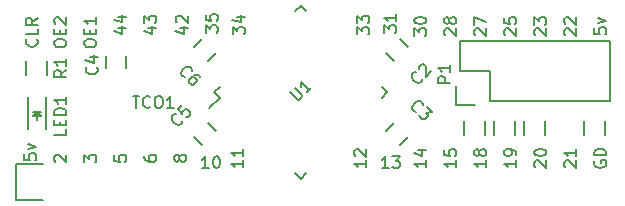
<source format=gto>
G04 #@! TF.FileFunction,Legend,Top*
%FSLAX46Y46*%
G04 Gerber Fmt 4.6, Leading zero omitted, Abs format (unit mm)*
G04 Created by KiCad (PCBNEW (2015-08-16 BZR 6097, Git b384c94)-product) date 11/17/2015 9:28:50 PM*
%MOMM*%
G01*
G04 APERTURE LIST*
%ADD10C,0.100000*%
%ADD11C,0.150000*%
G04 APERTURE END LIST*
D10*
D11*
X124372714Y-82962714D02*
X125039381Y-82962714D01*
X123991762Y-83200810D02*
X124706048Y-83438905D01*
X124706048Y-82819857D01*
X124134619Y-82486524D02*
X124087000Y-82438905D01*
X124039381Y-82343667D01*
X124039381Y-82105571D01*
X124087000Y-82010333D01*
X124134619Y-81962714D01*
X124229857Y-81915095D01*
X124325095Y-81915095D01*
X124467952Y-81962714D01*
X125039381Y-82534143D01*
X125039381Y-81915095D01*
X119165714Y-82962714D02*
X119832381Y-82962714D01*
X118784762Y-83200810D02*
X119499048Y-83438905D01*
X119499048Y-82819857D01*
X119165714Y-82010333D02*
X119832381Y-82010333D01*
X118784762Y-82248429D02*
X119499048Y-82486524D01*
X119499048Y-81867476D01*
X121705714Y-82962714D02*
X122372381Y-82962714D01*
X121324762Y-83200810D02*
X122039048Y-83438905D01*
X122039048Y-82819857D01*
X121372381Y-82534143D02*
X121372381Y-81915095D01*
X121753333Y-82248429D01*
X121753333Y-82105571D01*
X121800952Y-82010333D01*
X121848571Y-81962714D01*
X121943810Y-81915095D01*
X122181905Y-81915095D01*
X122277143Y-81962714D01*
X122324762Y-82010333D01*
X122372381Y-82105571D01*
X122372381Y-82391286D01*
X122324762Y-82486524D01*
X122277143Y-82534143D01*
X112244143Y-83907238D02*
X112291762Y-83954857D01*
X112339381Y-84097714D01*
X112339381Y-84192952D01*
X112291762Y-84335810D01*
X112196524Y-84431048D01*
X112101286Y-84478667D01*
X111910810Y-84526286D01*
X111767952Y-84526286D01*
X111577476Y-84478667D01*
X111482238Y-84431048D01*
X111387000Y-84335810D01*
X111339381Y-84192952D01*
X111339381Y-84097714D01*
X111387000Y-83954857D01*
X111434619Y-83907238D01*
X112339381Y-83002476D02*
X112339381Y-83478667D01*
X111339381Y-83478667D01*
X112339381Y-82097714D02*
X111863190Y-82431048D01*
X112339381Y-82669143D02*
X111339381Y-82669143D01*
X111339381Y-82288190D01*
X111387000Y-82192952D01*
X111434619Y-82145333D01*
X111529857Y-82097714D01*
X111672714Y-82097714D01*
X111767952Y-82145333D01*
X111815571Y-82192952D01*
X111863190Y-82288190D01*
X111863190Y-82669143D01*
X113752381Y-84335810D02*
X113752381Y-84145333D01*
X113800000Y-84050095D01*
X113895238Y-83954857D01*
X114085714Y-83907238D01*
X114419048Y-83907238D01*
X114609524Y-83954857D01*
X114704762Y-84050095D01*
X114752381Y-84145333D01*
X114752381Y-84335810D01*
X114704762Y-84431048D01*
X114609524Y-84526286D01*
X114419048Y-84573905D01*
X114085714Y-84573905D01*
X113895238Y-84526286D01*
X113800000Y-84431048D01*
X113752381Y-84335810D01*
X114228571Y-83478667D02*
X114228571Y-83145333D01*
X114752381Y-83002476D02*
X114752381Y-83478667D01*
X113752381Y-83478667D01*
X113752381Y-83002476D01*
X113847619Y-82621524D02*
X113800000Y-82573905D01*
X113752381Y-82478667D01*
X113752381Y-82240571D01*
X113800000Y-82145333D01*
X113847619Y-82097714D01*
X113942857Y-82050095D01*
X114038095Y-82050095D01*
X114180952Y-82097714D01*
X114752381Y-82669143D01*
X114752381Y-82050095D01*
X116292381Y-84335810D02*
X116292381Y-84145333D01*
X116340000Y-84050095D01*
X116435238Y-83954857D01*
X116625714Y-83907238D01*
X116959048Y-83907238D01*
X117149524Y-83954857D01*
X117244762Y-84050095D01*
X117292381Y-84145333D01*
X117292381Y-84335810D01*
X117244762Y-84431048D01*
X117149524Y-84526286D01*
X116959048Y-84573905D01*
X116625714Y-84573905D01*
X116435238Y-84526286D01*
X116340000Y-84431048D01*
X116292381Y-84335810D01*
X116768571Y-83478667D02*
X116768571Y-83145333D01*
X117292381Y-83002476D02*
X117292381Y-83478667D01*
X116292381Y-83478667D01*
X116292381Y-83002476D01*
X117292381Y-82050095D02*
X117292381Y-82621524D01*
X117292381Y-82335810D02*
X116292381Y-82335810D01*
X116435238Y-82431048D01*
X116530476Y-82526286D01*
X116578095Y-82621524D01*
X126579381Y-83359524D02*
X126579381Y-82740476D01*
X126960333Y-83073810D01*
X126960333Y-82930952D01*
X127007952Y-82835714D01*
X127055571Y-82788095D01*
X127150810Y-82740476D01*
X127388905Y-82740476D01*
X127484143Y-82788095D01*
X127531762Y-82835714D01*
X127579381Y-82930952D01*
X127579381Y-83216667D01*
X127531762Y-83311905D01*
X127484143Y-83359524D01*
X126579381Y-81835714D02*
X126579381Y-82311905D01*
X127055571Y-82359524D01*
X127007952Y-82311905D01*
X126960333Y-82216667D01*
X126960333Y-81978571D01*
X127007952Y-81883333D01*
X127055571Y-81835714D01*
X127150810Y-81788095D01*
X127388905Y-81788095D01*
X127484143Y-81835714D01*
X127531762Y-81883333D01*
X127579381Y-81978571D01*
X127579381Y-82216667D01*
X127531762Y-82311905D01*
X127484143Y-82359524D01*
X128865381Y-83486524D02*
X128865381Y-82867476D01*
X129246333Y-83200810D01*
X129246333Y-83057952D01*
X129293952Y-82962714D01*
X129341571Y-82915095D01*
X129436810Y-82867476D01*
X129674905Y-82867476D01*
X129770143Y-82915095D01*
X129817762Y-82962714D01*
X129865381Y-83057952D01*
X129865381Y-83343667D01*
X129817762Y-83438905D01*
X129770143Y-83486524D01*
X129198714Y-82010333D02*
X129865381Y-82010333D01*
X128817762Y-82248429D02*
X129532048Y-82486524D01*
X129532048Y-81867476D01*
X139406381Y-83486524D02*
X139406381Y-82867476D01*
X139787333Y-83200810D01*
X139787333Y-83057952D01*
X139834952Y-82962714D01*
X139882571Y-82915095D01*
X139977810Y-82867476D01*
X140215905Y-82867476D01*
X140311143Y-82915095D01*
X140358762Y-82962714D01*
X140406381Y-83057952D01*
X140406381Y-83343667D01*
X140358762Y-83438905D01*
X140311143Y-83486524D01*
X139406381Y-82534143D02*
X139406381Y-81915095D01*
X139787333Y-82248429D01*
X139787333Y-82105571D01*
X139834952Y-82010333D01*
X139882571Y-81962714D01*
X139977810Y-81915095D01*
X140215905Y-81915095D01*
X140311143Y-81962714D01*
X140358762Y-82010333D01*
X140406381Y-82105571D01*
X140406381Y-82391286D01*
X140358762Y-82486524D01*
X140311143Y-82534143D01*
X141692381Y-83359524D02*
X141692381Y-82740476D01*
X142073333Y-83073810D01*
X142073333Y-82930952D01*
X142120952Y-82835714D01*
X142168571Y-82788095D01*
X142263810Y-82740476D01*
X142501905Y-82740476D01*
X142597143Y-82788095D01*
X142644762Y-82835714D01*
X142692381Y-82930952D01*
X142692381Y-83216667D01*
X142644762Y-83311905D01*
X142597143Y-83359524D01*
X142692381Y-81788095D02*
X142692381Y-82359524D01*
X142692381Y-82073810D02*
X141692381Y-82073810D01*
X141835238Y-82169048D01*
X141930476Y-82264286D01*
X141978095Y-82359524D01*
X113847619Y-94265714D02*
X113800000Y-94218095D01*
X113752381Y-94122857D01*
X113752381Y-93884761D01*
X113800000Y-93789523D01*
X113847619Y-93741904D01*
X113942857Y-93694285D01*
X114038095Y-93694285D01*
X114180952Y-93741904D01*
X114752381Y-94313333D01*
X114752381Y-93694285D01*
X116292381Y-94313333D02*
X116292381Y-93694285D01*
X116673333Y-94027619D01*
X116673333Y-93884761D01*
X116720952Y-93789523D01*
X116768571Y-93741904D01*
X116863810Y-93694285D01*
X117101905Y-93694285D01*
X117197143Y-93741904D01*
X117244762Y-93789523D01*
X117292381Y-93884761D01*
X117292381Y-94170476D01*
X117244762Y-94265714D01*
X117197143Y-94313333D01*
X118832381Y-93741904D02*
X118832381Y-94218095D01*
X119308571Y-94265714D01*
X119260952Y-94218095D01*
X119213333Y-94122857D01*
X119213333Y-93884761D01*
X119260952Y-93789523D01*
X119308571Y-93741904D01*
X119403810Y-93694285D01*
X119641905Y-93694285D01*
X119737143Y-93741904D01*
X119784762Y-93789523D01*
X119832381Y-93884761D01*
X119832381Y-94122857D01*
X119784762Y-94218095D01*
X119737143Y-94265714D01*
X121372381Y-93789523D02*
X121372381Y-93980000D01*
X121420000Y-94075238D01*
X121467619Y-94122857D01*
X121610476Y-94218095D01*
X121800952Y-94265714D01*
X122181905Y-94265714D01*
X122277143Y-94218095D01*
X122324762Y-94170476D01*
X122372381Y-94075238D01*
X122372381Y-93884761D01*
X122324762Y-93789523D01*
X122277143Y-93741904D01*
X122181905Y-93694285D01*
X121943810Y-93694285D01*
X121848571Y-93741904D01*
X121800952Y-93789523D01*
X121753333Y-93884761D01*
X121753333Y-94075238D01*
X121800952Y-94170476D01*
X121848571Y-94218095D01*
X121943810Y-94265714D01*
X124340952Y-94075238D02*
X124293333Y-94170476D01*
X124245714Y-94218095D01*
X124150476Y-94265714D01*
X124102857Y-94265714D01*
X124007619Y-94218095D01*
X123960000Y-94170476D01*
X123912381Y-94075238D01*
X123912381Y-93884761D01*
X123960000Y-93789523D01*
X124007619Y-93741904D01*
X124102857Y-93694285D01*
X124150476Y-93694285D01*
X124245714Y-93741904D01*
X124293333Y-93789523D01*
X124340952Y-93884761D01*
X124340952Y-94075238D01*
X124388571Y-94170476D01*
X124436190Y-94218095D01*
X124531429Y-94265714D01*
X124721905Y-94265714D01*
X124817143Y-94218095D01*
X124864762Y-94170476D01*
X124912381Y-94075238D01*
X124912381Y-93884761D01*
X124864762Y-93789523D01*
X124817143Y-93741904D01*
X124721905Y-93694285D01*
X124531429Y-93694285D01*
X124436190Y-93741904D01*
X124388571Y-93789523D01*
X124340952Y-93884761D01*
X126809524Y-94813381D02*
X126238095Y-94813381D01*
X126523809Y-94813381D02*
X126523809Y-93813381D01*
X126428571Y-93956238D01*
X126333333Y-94051476D01*
X126238095Y-94099095D01*
X127428571Y-93813381D02*
X127523810Y-93813381D01*
X127619048Y-93861000D01*
X127666667Y-93908619D01*
X127714286Y-94003857D01*
X127761905Y-94194333D01*
X127761905Y-94432429D01*
X127714286Y-94622905D01*
X127666667Y-94718143D01*
X127619048Y-94765762D01*
X127523810Y-94813381D01*
X127428571Y-94813381D01*
X127333333Y-94765762D01*
X127285714Y-94718143D01*
X127238095Y-94622905D01*
X127190476Y-94432429D01*
X127190476Y-94194333D01*
X127238095Y-94003857D01*
X127285714Y-93908619D01*
X127333333Y-93861000D01*
X127428571Y-93813381D01*
X129738381Y-94170476D02*
X129738381Y-94741905D01*
X129738381Y-94456191D02*
X128738381Y-94456191D01*
X128881238Y-94551429D01*
X128976476Y-94646667D01*
X129024095Y-94741905D01*
X129738381Y-93218095D02*
X129738381Y-93789524D01*
X129738381Y-93503810D02*
X128738381Y-93503810D01*
X128881238Y-93599048D01*
X128976476Y-93694286D01*
X129024095Y-93789524D01*
X144232381Y-83613524D02*
X144232381Y-82994476D01*
X144613333Y-83327810D01*
X144613333Y-83184952D01*
X144660952Y-83089714D01*
X144708571Y-83042095D01*
X144803810Y-82994476D01*
X145041905Y-82994476D01*
X145137143Y-83042095D01*
X145184762Y-83089714D01*
X145232381Y-83184952D01*
X145232381Y-83470667D01*
X145184762Y-83565905D01*
X145137143Y-83613524D01*
X144232381Y-82375429D02*
X144232381Y-82280190D01*
X144280000Y-82184952D01*
X144327619Y-82137333D01*
X144422857Y-82089714D01*
X144613333Y-82042095D01*
X144851429Y-82042095D01*
X145041905Y-82089714D01*
X145137143Y-82137333D01*
X145184762Y-82184952D01*
X145232381Y-82280190D01*
X145232381Y-82375429D01*
X145184762Y-82470667D01*
X145137143Y-82518286D01*
X145041905Y-82565905D01*
X144851429Y-82613524D01*
X144613333Y-82613524D01*
X144422857Y-82565905D01*
X144327619Y-82518286D01*
X144280000Y-82470667D01*
X144232381Y-82375429D01*
X146867619Y-83565905D02*
X146820000Y-83518286D01*
X146772381Y-83423048D01*
X146772381Y-83184952D01*
X146820000Y-83089714D01*
X146867619Y-83042095D01*
X146962857Y-82994476D01*
X147058095Y-82994476D01*
X147200952Y-83042095D01*
X147772381Y-83613524D01*
X147772381Y-82994476D01*
X147200952Y-82423048D02*
X147153333Y-82518286D01*
X147105714Y-82565905D01*
X147010476Y-82613524D01*
X146962857Y-82613524D01*
X146867619Y-82565905D01*
X146820000Y-82518286D01*
X146772381Y-82423048D01*
X146772381Y-82232571D01*
X146820000Y-82137333D01*
X146867619Y-82089714D01*
X146962857Y-82042095D01*
X147010476Y-82042095D01*
X147105714Y-82089714D01*
X147153333Y-82137333D01*
X147200952Y-82232571D01*
X147200952Y-82423048D01*
X147248571Y-82518286D01*
X147296190Y-82565905D01*
X147391429Y-82613524D01*
X147581905Y-82613524D01*
X147677143Y-82565905D01*
X147724762Y-82518286D01*
X147772381Y-82423048D01*
X147772381Y-82232571D01*
X147724762Y-82137333D01*
X147677143Y-82089714D01*
X147581905Y-82042095D01*
X147391429Y-82042095D01*
X147296190Y-82089714D01*
X147248571Y-82137333D01*
X147200952Y-82232571D01*
X149407619Y-83565905D02*
X149360000Y-83518286D01*
X149312381Y-83423048D01*
X149312381Y-83184952D01*
X149360000Y-83089714D01*
X149407619Y-83042095D01*
X149502857Y-82994476D01*
X149598095Y-82994476D01*
X149740952Y-83042095D01*
X150312381Y-83613524D01*
X150312381Y-82994476D01*
X149312381Y-82661143D02*
X149312381Y-81994476D01*
X150312381Y-82423048D01*
X151947619Y-83565905D02*
X151900000Y-83518286D01*
X151852381Y-83423048D01*
X151852381Y-83184952D01*
X151900000Y-83089714D01*
X151947619Y-83042095D01*
X152042857Y-82994476D01*
X152138095Y-82994476D01*
X152280952Y-83042095D01*
X152852381Y-83613524D01*
X152852381Y-82994476D01*
X151852381Y-82089714D02*
X151852381Y-82565905D01*
X152328571Y-82613524D01*
X152280952Y-82565905D01*
X152233333Y-82470667D01*
X152233333Y-82232571D01*
X152280952Y-82137333D01*
X152328571Y-82089714D01*
X152423810Y-82042095D01*
X152661905Y-82042095D01*
X152757143Y-82089714D01*
X152804762Y-82137333D01*
X152852381Y-82232571D01*
X152852381Y-82470667D01*
X152804762Y-82565905D01*
X152757143Y-82613524D01*
X154487619Y-83565905D02*
X154440000Y-83518286D01*
X154392381Y-83423048D01*
X154392381Y-83184952D01*
X154440000Y-83089714D01*
X154487619Y-83042095D01*
X154582857Y-82994476D01*
X154678095Y-82994476D01*
X154820952Y-83042095D01*
X155392381Y-83613524D01*
X155392381Y-82994476D01*
X154392381Y-82661143D02*
X154392381Y-82042095D01*
X154773333Y-82375429D01*
X154773333Y-82232571D01*
X154820952Y-82137333D01*
X154868571Y-82089714D01*
X154963810Y-82042095D01*
X155201905Y-82042095D01*
X155297143Y-82089714D01*
X155344762Y-82137333D01*
X155392381Y-82232571D01*
X155392381Y-82518286D01*
X155344762Y-82613524D01*
X155297143Y-82661143D01*
X157027619Y-83565905D02*
X156980000Y-83518286D01*
X156932381Y-83423048D01*
X156932381Y-83184952D01*
X156980000Y-83089714D01*
X157027619Y-83042095D01*
X157122857Y-82994476D01*
X157218095Y-82994476D01*
X157360952Y-83042095D01*
X157932381Y-83613524D01*
X157932381Y-82994476D01*
X157027619Y-82613524D02*
X156980000Y-82565905D01*
X156932381Y-82470667D01*
X156932381Y-82232571D01*
X156980000Y-82137333D01*
X157027619Y-82089714D01*
X157122857Y-82042095D01*
X157218095Y-82042095D01*
X157360952Y-82089714D01*
X157932381Y-82661143D01*
X157932381Y-82042095D01*
X140152381Y-94170476D02*
X140152381Y-94741905D01*
X140152381Y-94456191D02*
X139152381Y-94456191D01*
X139295238Y-94551429D01*
X139390476Y-94646667D01*
X139438095Y-94741905D01*
X139247619Y-93789524D02*
X139200000Y-93741905D01*
X139152381Y-93646667D01*
X139152381Y-93408571D01*
X139200000Y-93313333D01*
X139247619Y-93265714D01*
X139342857Y-93218095D01*
X139438095Y-93218095D01*
X139580952Y-93265714D01*
X140152381Y-93837143D01*
X140152381Y-93218095D01*
X142049524Y-94813381D02*
X141478095Y-94813381D01*
X141763809Y-94813381D02*
X141763809Y-93813381D01*
X141668571Y-93956238D01*
X141573333Y-94051476D01*
X141478095Y-94099095D01*
X142382857Y-93813381D02*
X143001905Y-93813381D01*
X142668571Y-94194333D01*
X142811429Y-94194333D01*
X142906667Y-94241952D01*
X142954286Y-94289571D01*
X143001905Y-94384810D01*
X143001905Y-94622905D01*
X142954286Y-94718143D01*
X142906667Y-94765762D01*
X142811429Y-94813381D01*
X142525714Y-94813381D01*
X142430476Y-94765762D01*
X142382857Y-94718143D01*
X145232381Y-94170476D02*
X145232381Y-94741905D01*
X145232381Y-94456191D02*
X144232381Y-94456191D01*
X144375238Y-94551429D01*
X144470476Y-94646667D01*
X144518095Y-94741905D01*
X144565714Y-93313333D02*
X145232381Y-93313333D01*
X144184762Y-93551429D02*
X144899048Y-93789524D01*
X144899048Y-93170476D01*
X147772381Y-94170476D02*
X147772381Y-94741905D01*
X147772381Y-94456191D02*
X146772381Y-94456191D01*
X146915238Y-94551429D01*
X147010476Y-94646667D01*
X147058095Y-94741905D01*
X146772381Y-93265714D02*
X146772381Y-93741905D01*
X147248571Y-93789524D01*
X147200952Y-93741905D01*
X147153333Y-93646667D01*
X147153333Y-93408571D01*
X147200952Y-93313333D01*
X147248571Y-93265714D01*
X147343810Y-93218095D01*
X147581905Y-93218095D01*
X147677143Y-93265714D01*
X147724762Y-93313333D01*
X147772381Y-93408571D01*
X147772381Y-93646667D01*
X147724762Y-93741905D01*
X147677143Y-93789524D01*
X150312381Y-94170476D02*
X150312381Y-94741905D01*
X150312381Y-94456191D02*
X149312381Y-94456191D01*
X149455238Y-94551429D01*
X149550476Y-94646667D01*
X149598095Y-94741905D01*
X149740952Y-93599048D02*
X149693333Y-93694286D01*
X149645714Y-93741905D01*
X149550476Y-93789524D01*
X149502857Y-93789524D01*
X149407619Y-93741905D01*
X149360000Y-93694286D01*
X149312381Y-93599048D01*
X149312381Y-93408571D01*
X149360000Y-93313333D01*
X149407619Y-93265714D01*
X149502857Y-93218095D01*
X149550476Y-93218095D01*
X149645714Y-93265714D01*
X149693333Y-93313333D01*
X149740952Y-93408571D01*
X149740952Y-93599048D01*
X149788571Y-93694286D01*
X149836190Y-93741905D01*
X149931429Y-93789524D01*
X150121905Y-93789524D01*
X150217143Y-93741905D01*
X150264762Y-93694286D01*
X150312381Y-93599048D01*
X150312381Y-93408571D01*
X150264762Y-93313333D01*
X150217143Y-93265714D01*
X150121905Y-93218095D01*
X149931429Y-93218095D01*
X149836190Y-93265714D01*
X149788571Y-93313333D01*
X149740952Y-93408571D01*
X152852381Y-94170476D02*
X152852381Y-94741905D01*
X152852381Y-94456191D02*
X151852381Y-94456191D01*
X151995238Y-94551429D01*
X152090476Y-94646667D01*
X152138095Y-94741905D01*
X152852381Y-93694286D02*
X152852381Y-93503810D01*
X152804762Y-93408571D01*
X152757143Y-93360952D01*
X152614286Y-93265714D01*
X152423810Y-93218095D01*
X152042857Y-93218095D01*
X151947619Y-93265714D01*
X151900000Y-93313333D01*
X151852381Y-93408571D01*
X151852381Y-93599048D01*
X151900000Y-93694286D01*
X151947619Y-93741905D01*
X152042857Y-93789524D01*
X152280952Y-93789524D01*
X152376190Y-93741905D01*
X152423810Y-93694286D01*
X152471429Y-93599048D01*
X152471429Y-93408571D01*
X152423810Y-93313333D01*
X152376190Y-93265714D01*
X152280952Y-93218095D01*
X154487619Y-94741905D02*
X154440000Y-94694286D01*
X154392381Y-94599048D01*
X154392381Y-94360952D01*
X154440000Y-94265714D01*
X154487619Y-94218095D01*
X154582857Y-94170476D01*
X154678095Y-94170476D01*
X154820952Y-94218095D01*
X155392381Y-94789524D01*
X155392381Y-94170476D01*
X154392381Y-93551429D02*
X154392381Y-93456190D01*
X154440000Y-93360952D01*
X154487619Y-93313333D01*
X154582857Y-93265714D01*
X154773333Y-93218095D01*
X155011429Y-93218095D01*
X155201905Y-93265714D01*
X155297143Y-93313333D01*
X155344762Y-93360952D01*
X155392381Y-93456190D01*
X155392381Y-93551429D01*
X155344762Y-93646667D01*
X155297143Y-93694286D01*
X155201905Y-93741905D01*
X155011429Y-93789524D01*
X154773333Y-93789524D01*
X154582857Y-93741905D01*
X154487619Y-93694286D01*
X154440000Y-93646667D01*
X154392381Y-93551429D01*
X157027619Y-94741905D02*
X156980000Y-94694286D01*
X156932381Y-94599048D01*
X156932381Y-94360952D01*
X156980000Y-94265714D01*
X157027619Y-94218095D01*
X157122857Y-94170476D01*
X157218095Y-94170476D01*
X157360952Y-94218095D01*
X157932381Y-94789524D01*
X157932381Y-94170476D01*
X157932381Y-93218095D02*
X157932381Y-93789524D01*
X157932381Y-93503810D02*
X156932381Y-93503810D01*
X157075238Y-93599048D01*
X157170476Y-93694286D01*
X157218095Y-93789524D01*
X159472381Y-82946857D02*
X159472381Y-83423048D01*
X159948571Y-83470667D01*
X159900952Y-83423048D01*
X159853333Y-83327810D01*
X159853333Y-83089714D01*
X159900952Y-82994476D01*
X159948571Y-82946857D01*
X160043810Y-82899238D01*
X160281905Y-82899238D01*
X160377143Y-82946857D01*
X160424762Y-82994476D01*
X160472381Y-83089714D01*
X160472381Y-83327810D01*
X160424762Y-83423048D01*
X160377143Y-83470667D01*
X159805714Y-82565905D02*
X160472381Y-82327810D01*
X159805714Y-82089714D01*
X159520000Y-94218095D02*
X159472381Y-94313333D01*
X159472381Y-94456190D01*
X159520000Y-94599048D01*
X159615238Y-94694286D01*
X159710476Y-94741905D01*
X159900952Y-94789524D01*
X160043810Y-94789524D01*
X160234286Y-94741905D01*
X160329524Y-94694286D01*
X160424762Y-94599048D01*
X160472381Y-94456190D01*
X160472381Y-94360952D01*
X160424762Y-94218095D01*
X160377143Y-94170476D01*
X160043810Y-94170476D01*
X160043810Y-94360952D01*
X160472381Y-93741905D02*
X159472381Y-93741905D01*
X159472381Y-93503810D01*
X159520000Y-93360952D01*
X159615238Y-93265714D01*
X159710476Y-93218095D01*
X159900952Y-93170476D01*
X160043810Y-93170476D01*
X160234286Y-93218095D01*
X160329524Y-93265714D01*
X160424762Y-93360952D01*
X160472381Y-93503810D01*
X160472381Y-93741905D01*
X111212381Y-93614857D02*
X111212381Y-94091048D01*
X111688571Y-94138667D01*
X111640952Y-94091048D01*
X111593333Y-93995810D01*
X111593333Y-93757714D01*
X111640952Y-93662476D01*
X111688571Y-93614857D01*
X111783810Y-93567238D01*
X112021905Y-93567238D01*
X112117143Y-93614857D01*
X112164762Y-93662476D01*
X112212381Y-93757714D01*
X112212381Y-93995810D01*
X112164762Y-94091048D01*
X112117143Y-94138667D01*
X111545714Y-93233905D02*
X112212381Y-92995810D01*
X111545714Y-92757714D01*
X148082000Y-84074000D02*
X160782000Y-84074000D01*
X160782000Y-84074000D02*
X160782000Y-89154000D01*
X160782000Y-89154000D02*
X150622000Y-89154000D01*
X148082000Y-84074000D02*
X148082000Y-86614000D01*
X147802000Y-87884000D02*
X147802000Y-89434000D01*
X148082000Y-86614000D02*
X150622000Y-86614000D01*
X150622000Y-86614000D02*
X150622000Y-89154000D01*
X147802000Y-89434000D02*
X149352000Y-89434000D01*
X127301445Y-88392000D02*
X127778742Y-88869297D01*
X134620000Y-81073445D02*
X135097297Y-81550742D01*
X141938555Y-88392000D02*
X141461258Y-87914703D01*
X134620000Y-95710555D02*
X134142703Y-95233258D01*
X127301445Y-88392000D02*
X127778742Y-87914703D01*
X134620000Y-95710555D02*
X135097297Y-95233258D01*
X141938555Y-88392000D02*
X141461258Y-88869297D01*
X134620000Y-81073445D02*
X134142703Y-81550742D01*
X127778742Y-88869297D02*
X126877181Y-89770858D01*
X143702594Y-84588513D02*
X142995487Y-83881406D01*
X141793406Y-85083487D02*
X142500513Y-85790594D01*
X142500513Y-90993406D02*
X141793406Y-91700513D01*
X142995487Y-92902594D02*
X143702594Y-92195487D01*
X119849000Y-86352000D02*
X119849000Y-85352000D01*
X118149000Y-85352000D02*
X118149000Y-86352000D01*
X125537406Y-92195487D02*
X126244513Y-92902594D01*
X127446594Y-91700513D02*
X126739487Y-90993406D01*
X126739487Y-85790594D02*
X127446594Y-85083487D01*
X126244513Y-83881406D02*
X125537406Y-84588513D01*
X111393000Y-86960000D02*
X111393000Y-85760000D01*
X113143000Y-85760000D02*
X113143000Y-86960000D01*
X148477000Y-92040000D02*
X148477000Y-90840000D01*
X150227000Y-90840000D02*
X150227000Y-92040000D01*
X151017000Y-92040000D02*
X151017000Y-90840000D01*
X152767000Y-90840000D02*
X152767000Y-92040000D01*
X153557000Y-92040000D02*
X153557000Y-90840000D01*
X155307000Y-90840000D02*
X155307000Y-92040000D01*
X158637000Y-92040000D02*
X158637000Y-90840000D01*
X160387000Y-90840000D02*
X160387000Y-92040000D01*
X111518000Y-88824000D02*
X111518000Y-91524000D01*
X113018000Y-88824000D02*
X113018000Y-91524000D01*
X112118000Y-90324000D02*
X112368000Y-90324000D01*
X112368000Y-90324000D02*
X112218000Y-90174000D01*
X112618000Y-90074000D02*
X111918000Y-90074000D01*
X112268000Y-90424000D02*
X112268000Y-90774000D01*
X112268000Y-90074000D02*
X112618000Y-90424000D01*
X112618000Y-90424000D02*
X111918000Y-90424000D01*
X111918000Y-90424000D02*
X112268000Y-90074000D01*
X112776000Y-97536000D02*
X110490000Y-97536000D01*
X110490000Y-97536000D02*
X110490000Y-94488000D01*
X110490000Y-94488000D02*
X112776000Y-94488000D01*
X147264381Y-87606095D02*
X146264381Y-87606095D01*
X146264381Y-87225142D01*
X146312000Y-87129904D01*
X146359619Y-87082285D01*
X146454857Y-87034666D01*
X146597714Y-87034666D01*
X146692952Y-87082285D01*
X146740571Y-87129904D01*
X146788190Y-87225142D01*
X146788190Y-87606095D01*
X147264381Y-86082285D02*
X147264381Y-86653714D01*
X147264381Y-86368000D02*
X146264381Y-86368000D01*
X146407238Y-86463238D01*
X146502476Y-86558476D01*
X146550095Y-86653714D01*
X120388286Y-88733381D02*
X120959715Y-88733381D01*
X120674000Y-89733381D02*
X120674000Y-88733381D01*
X121864477Y-89638143D02*
X121816858Y-89685762D01*
X121674001Y-89733381D01*
X121578763Y-89733381D01*
X121435905Y-89685762D01*
X121340667Y-89590524D01*
X121293048Y-89495286D01*
X121245429Y-89304810D01*
X121245429Y-89161952D01*
X121293048Y-88971476D01*
X121340667Y-88876238D01*
X121435905Y-88781000D01*
X121578763Y-88733381D01*
X121674001Y-88733381D01*
X121816858Y-88781000D01*
X121864477Y-88828619D01*
X122483524Y-88733381D02*
X122674001Y-88733381D01*
X122769239Y-88781000D01*
X122864477Y-88876238D01*
X122912096Y-89066714D01*
X122912096Y-89400048D01*
X122864477Y-89590524D01*
X122769239Y-89685762D01*
X122674001Y-89733381D01*
X122483524Y-89733381D01*
X122388286Y-89685762D01*
X122293048Y-89590524D01*
X122245429Y-89400048D01*
X122245429Y-89066714D01*
X122293048Y-88876238D01*
X122388286Y-88781000D01*
X122483524Y-88733381D01*
X123864477Y-89733381D02*
X123293048Y-89733381D01*
X123578762Y-89733381D02*
X123578762Y-88733381D01*
X123483524Y-88876238D01*
X123388286Y-88971476D01*
X123293048Y-89019095D01*
X133694027Y-88416522D02*
X134266447Y-88988942D01*
X134367462Y-89022614D01*
X134434805Y-89022614D01*
X134535820Y-88988942D01*
X134670508Y-88854254D01*
X134704180Y-88753239D01*
X134704180Y-88685896D01*
X134670508Y-88584881D01*
X134098088Y-88012461D01*
X135512302Y-88012461D02*
X135108240Y-88416522D01*
X135310271Y-88214492D02*
X134603164Y-87507385D01*
X134636836Y-87675744D01*
X134636836Y-87810430D01*
X134603164Y-87911446D01*
X144914688Y-87238389D02*
X144914688Y-87305732D01*
X144847344Y-87440419D01*
X144780001Y-87507763D01*
X144645313Y-87575107D01*
X144510626Y-87575107D01*
X144409611Y-87541435D01*
X144241253Y-87440420D01*
X144140237Y-87339404D01*
X144039222Y-87171045D01*
X144005550Y-87070030D01*
X144005550Y-86935343D01*
X144072894Y-86800656D01*
X144140237Y-86733312D01*
X144274924Y-86665969D01*
X144342268Y-86665969D01*
X144611641Y-86396595D02*
X144611641Y-86329252D01*
X144645313Y-86228237D01*
X144813672Y-86059877D01*
X144914688Y-86026206D01*
X144982031Y-86026206D01*
X145083046Y-86059877D01*
X145150390Y-86127221D01*
X145217733Y-86261908D01*
X145217733Y-87070030D01*
X145655466Y-86632297D01*
X144409611Y-90050688D02*
X144342268Y-90050688D01*
X144207581Y-89983344D01*
X144140237Y-89916001D01*
X144072893Y-89781313D01*
X144072893Y-89646626D01*
X144106565Y-89545611D01*
X144207580Y-89377253D01*
X144308596Y-89276237D01*
X144476955Y-89175222D01*
X144577970Y-89141550D01*
X144712657Y-89141550D01*
X144847344Y-89208894D01*
X144914688Y-89276237D01*
X144982031Y-89410924D01*
X144982031Y-89478268D01*
X145285076Y-89646626D02*
X145722810Y-90084359D01*
X145217733Y-90118030D01*
X145318749Y-90219046D01*
X145352421Y-90320061D01*
X145352421Y-90387405D01*
X145318748Y-90488421D01*
X145150390Y-90656779D01*
X145049374Y-90690451D01*
X144982031Y-90690451D01*
X144881016Y-90656779D01*
X144678985Y-90454748D01*
X144645313Y-90353733D01*
X144645313Y-90286390D01*
X117324143Y-86272666D02*
X117371762Y-86320285D01*
X117419381Y-86463142D01*
X117419381Y-86558380D01*
X117371762Y-86701238D01*
X117276524Y-86796476D01*
X117181286Y-86844095D01*
X116990810Y-86891714D01*
X116847952Y-86891714D01*
X116657476Y-86844095D01*
X116562238Y-86796476D01*
X116467000Y-86701238D01*
X116419381Y-86558380D01*
X116419381Y-86463142D01*
X116467000Y-86320285D01*
X116514619Y-86272666D01*
X116752714Y-85415523D02*
X117419381Y-85415523D01*
X116371762Y-85653619D02*
X117086048Y-85891714D01*
X117086048Y-85272666D01*
X124594688Y-90794389D02*
X124594688Y-90861732D01*
X124527344Y-90996419D01*
X124460001Y-91063763D01*
X124325313Y-91131107D01*
X124190626Y-91131107D01*
X124089611Y-91097435D01*
X123921253Y-90996420D01*
X123820237Y-90895404D01*
X123719222Y-90727045D01*
X123685550Y-90626030D01*
X123685550Y-90491343D01*
X123752894Y-90356656D01*
X123820237Y-90289312D01*
X123954924Y-90221969D01*
X124022268Y-90221969D01*
X124594688Y-89514862D02*
X124257970Y-89851580D01*
X124561015Y-90221969D01*
X124561015Y-90154626D01*
X124594687Y-90053610D01*
X124763046Y-89885251D01*
X124864061Y-89851579D01*
X124931405Y-89851579D01*
X125032421Y-89885252D01*
X125200779Y-90053610D01*
X125234451Y-90154626D01*
X125234451Y-90221969D01*
X125200779Y-90322984D01*
X125032420Y-90491343D01*
X124931405Y-90525015D01*
X124864061Y-90525015D01*
X124851611Y-87129688D02*
X124784268Y-87129688D01*
X124649581Y-87062344D01*
X124582237Y-86995001D01*
X124514893Y-86860313D01*
X124514893Y-86725626D01*
X124548565Y-86624611D01*
X124649580Y-86456253D01*
X124750596Y-86355237D01*
X124918955Y-86254222D01*
X125019970Y-86220550D01*
X125154657Y-86220550D01*
X125289344Y-86287894D01*
X125356688Y-86355237D01*
X125424031Y-86489924D01*
X125424031Y-86557268D01*
X126097466Y-87096016D02*
X125962778Y-86961328D01*
X125861763Y-86927657D01*
X125794420Y-86927657D01*
X125626061Y-86961328D01*
X125457703Y-87062343D01*
X125188328Y-87331718D01*
X125154657Y-87432733D01*
X125154657Y-87500076D01*
X125188328Y-87601092D01*
X125323016Y-87735779D01*
X125424031Y-87769451D01*
X125491374Y-87769451D01*
X125592390Y-87735779D01*
X125760748Y-87567421D01*
X125794421Y-87466405D01*
X125794421Y-87399061D01*
X125760749Y-87298046D01*
X125626061Y-87163359D01*
X125525046Y-87129687D01*
X125457703Y-87129687D01*
X125356687Y-87163359D01*
X114752381Y-86526666D02*
X114276190Y-86860000D01*
X114752381Y-87098095D02*
X113752381Y-87098095D01*
X113752381Y-86717142D01*
X113800000Y-86621904D01*
X113847619Y-86574285D01*
X113942857Y-86526666D01*
X114085714Y-86526666D01*
X114180952Y-86574285D01*
X114228571Y-86621904D01*
X114276190Y-86717142D01*
X114276190Y-87098095D01*
X114752381Y-85574285D02*
X114752381Y-86145714D01*
X114752381Y-85860000D02*
X113752381Y-85860000D01*
X113895238Y-85955238D01*
X113990476Y-86050476D01*
X114038095Y-86145714D01*
X114752381Y-91543047D02*
X114752381Y-92019238D01*
X113752381Y-92019238D01*
X114228571Y-91209714D02*
X114228571Y-90876380D01*
X114752381Y-90733523D02*
X114752381Y-91209714D01*
X113752381Y-91209714D01*
X113752381Y-90733523D01*
X114752381Y-90304952D02*
X113752381Y-90304952D01*
X113752381Y-90066857D01*
X113800000Y-89923999D01*
X113895238Y-89828761D01*
X113990476Y-89781142D01*
X114180952Y-89733523D01*
X114323810Y-89733523D01*
X114514286Y-89781142D01*
X114609524Y-89828761D01*
X114704762Y-89923999D01*
X114752381Y-90066857D01*
X114752381Y-90304952D01*
X114752381Y-88781142D02*
X114752381Y-89352571D01*
X114752381Y-89066857D02*
X113752381Y-89066857D01*
X113895238Y-89162095D01*
X113990476Y-89257333D01*
X114038095Y-89352571D01*
M02*

</source>
